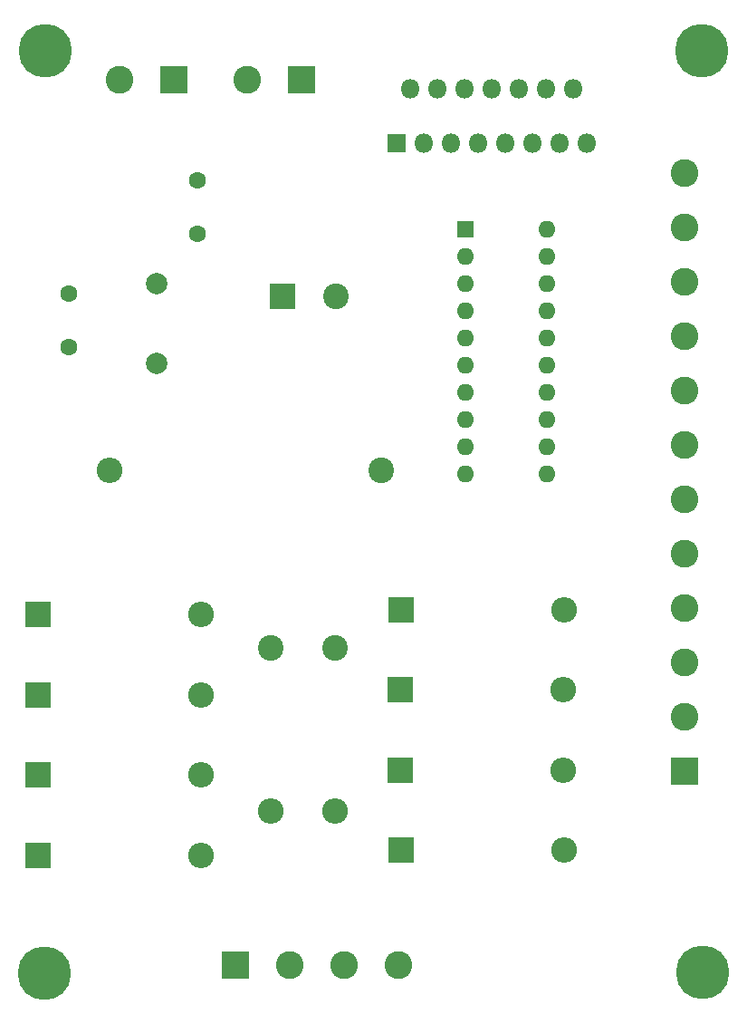
<source format=gbr>
%TF.GenerationSoftware,KiCad,Pcbnew,(7.0.0)*%
%TF.CreationDate,2023-04-19T19:54:13+02:00*%
%TF.ProjectId,steper_motor_controller,73746570-6572-45f6-9d6f-746f725f636f,REV1*%
%TF.SameCoordinates,Original*%
%TF.FileFunction,Soldermask,Bot*%
%TF.FilePolarity,Negative*%
%FSLAX46Y46*%
G04 Gerber Fmt 4.6, Leading zero omitted, Abs format (unit mm)*
G04 Created by KiCad (PCBNEW (7.0.0)) date 2023-04-19 19:54:13*
%MOMM*%
%LPD*%
G01*
G04 APERTURE LIST*
%ADD10C,5.000000*%
%ADD11R,2.400000X2.400000*%
%ADD12O,2.400000X2.400000*%
%ADD13R,2.600000X2.600000*%
%ADD14C,2.600000*%
%ADD15C,1.600000*%
%ADD16C,2.000000*%
%ADD17R,1.800000X1.800000*%
%ADD18O,1.800000X1.800000*%
%ADD19C,2.400000*%
%ADD20R,1.600000X1.600000*%
%ADD21O,1.600000X1.600000*%
G04 APERTURE END LIST*
D10*
%TO.C,*%
X181994500Y-137024500D03*
%TD*%
%TO.C,*%
X120465500Y-137044500D03*
%TD*%
%TO.C,*%
X181934500Y-50905500D03*
%TD*%
%TO.C,REF\u002A\u002A*%
X120575530Y-50895530D03*
%TD*%
D11*
%TO.C,D3*%
X153759999Y-118083331D03*
D12*
X168999999Y-118083331D03*
%TD*%
D13*
%TO.C,J3*%
X180319999Y-118239999D03*
D14*
X180320000Y-113160000D03*
X180320000Y-108080000D03*
X180320000Y-103000000D03*
X180320000Y-97920000D03*
X180320000Y-92840000D03*
X180320000Y-87760000D03*
X180320000Y-82680000D03*
X180320000Y-77600000D03*
X180320000Y-72520000D03*
X180320000Y-67440000D03*
X180320000Y-62360000D03*
%TD*%
D15*
%TO.C,C2*%
X134750000Y-63030000D03*
X134750000Y-68030000D03*
%TD*%
D13*
%TO.C,J1*%
X132534999Y-53624999D03*
D14*
X127455000Y-53625000D03*
%TD*%
D11*
%TO.C,D8*%
X119869999Y-103559999D03*
D12*
X135109999Y-103559999D03*
%TD*%
D11*
%TO.C,D1*%
X153769999Y-103089999D03*
D12*
X169009999Y-103089999D03*
%TD*%
D11*
%TO.C,D5*%
X119869999Y-126049999D03*
D12*
X135109999Y-126049999D03*
%TD*%
D11*
%TO.C,D7*%
X119869999Y-111078749D03*
D12*
X135109999Y-111078749D03*
%TD*%
D16*
%TO.C,C1*%
X130940000Y-80120000D03*
X130940000Y-72620000D03*
%TD*%
D15*
%TO.C,C3*%
X122720000Y-73600000D03*
X122720000Y-78600000D03*
%TD*%
D11*
%TO.C,D6*%
X119869999Y-118553331D03*
D12*
X135109999Y-118553331D03*
%TD*%
D17*
%TO.C,U2*%
X153369999Y-59499999D03*
D18*
X154639999Y-54419999D03*
X155909999Y-59499999D03*
X157179999Y-54419999D03*
X158449999Y-59499999D03*
X159719999Y-54419999D03*
X160989999Y-59499999D03*
X162259999Y-54419999D03*
X163529999Y-59499999D03*
X164799999Y-54419999D03*
X166069999Y-59499999D03*
X167339999Y-54419999D03*
X168609999Y-59499999D03*
X169879999Y-54419999D03*
X171149999Y-59499999D03*
%TD*%
D13*
%TO.C,J2*%
X144459999Y-53574999D03*
D14*
X139380000Y-53575000D03*
%TD*%
D19*
%TO.C,Rs1*%
X147650000Y-106670000D03*
D12*
X147649999Y-121909999D03*
%TD*%
D11*
%TO.C,D2*%
X153729999Y-110608749D03*
D12*
X168969999Y-110608749D03*
%TD*%
D13*
%TO.C,J4*%
X138319999Y-136344999D03*
D14*
X143400000Y-136345000D03*
X148480000Y-136345000D03*
X153560000Y-136345000D03*
%TD*%
D11*
%TO.C,C4*%
X142709999Y-73849999D03*
D19*
X147710000Y-73850000D03*
%TD*%
D11*
%TO.C,D4*%
X153769999Y-125579999D03*
D12*
X169009999Y-125579999D03*
%TD*%
D19*
%TO.C,Rs2*%
X141600000Y-106670000D03*
D12*
X141599999Y-121909999D03*
%TD*%
D20*
%TO.C,U1*%
X159839999Y-67579999D03*
D21*
X159839999Y-70119999D03*
X159839999Y-72659999D03*
X159839999Y-75199999D03*
X159839999Y-77739999D03*
X159839999Y-80279999D03*
X159839999Y-82819999D03*
X159839999Y-85359999D03*
X159839999Y-87899999D03*
X159839999Y-90439999D03*
X167459999Y-90439999D03*
X167459999Y-87899999D03*
X167459999Y-85359999D03*
X167459999Y-82819999D03*
X167459999Y-80279999D03*
X167459999Y-77739999D03*
X167459999Y-75199999D03*
X167459999Y-72659999D03*
X167459999Y-70119999D03*
X167459999Y-67579999D03*
%TD*%
D19*
%TO.C,R1*%
X151920000Y-90110000D03*
D12*
X126519999Y-90109999D03*
%TD*%
M02*

</source>
